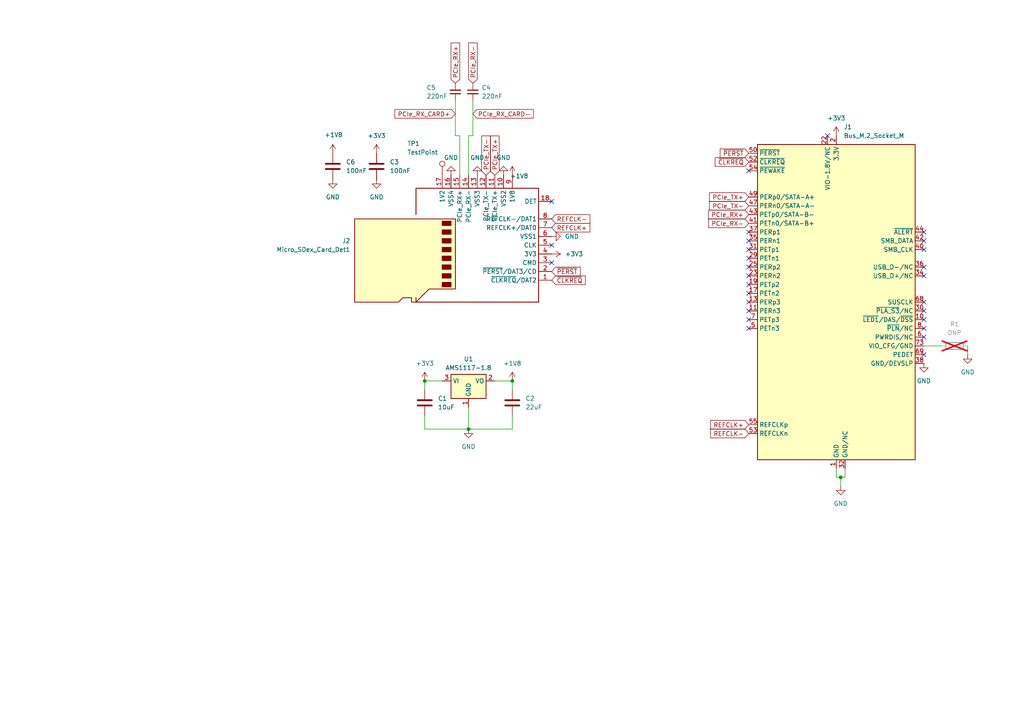
<source format=kicad_sch>
(kicad_sch (version 20250114) (generator "eeschema") (generator_version "9.0")
  (paper "A4")
  (lib_symbols
    (symbol "Connector:TestPoint" (pin_numbers (hide yes)) (pin_names (offset 0.762) (hide yes))
      (property "Reference" "TP" (at 0 6.858 0))
      (property "Value" "TestPoint" (at 0 5.08 0))
      (symbol "TestPoint_0_1"
        (circle (center 0 3.302) (radius 0.762))
      )
      (symbol "TestPoint_1_1"
        (pin passive line (at 0 0 90) (length 2.54) (name "1") (number "1"))
      )
    )
    (symbol "Device:C" (pin_numbers (hide yes)) (pin_names (offset 0.254))
      (property "Reference" "C" (at 0.635 2.54 0))
      (property "Value" "C" (at 0.635 -2.54 0))
      (symbol "C_0_1"
        (polyline (pts (xy -2.032 0.762) (xy 2.032 0.762)) (stroke (width 0.508)))
        (polyline (pts (xy -2.032 -0.762) (xy 2.032 -0.762)) (stroke (width 0.508)))
      )
      (symbol "C_1_1"
        (pin passive line (at 0 3.81 270) (length 2.794) (name "~") (number "1"))
        (pin passive line (at 0 -3.81 90) (length 2.794) (name "~") (number "2"))
      )
    )
    (symbol "Device:C_Small" (pin_numbers (hide yes)) (pin_names (offset 0.254) (hide yes))
      (property "Reference" "C" (at 0.254 1.778 0))
      (property "Value" "C_Small" (at 0.254 -2.032 0))
      (symbol "C_Small_0_1"
        (polyline (pts (xy -1.524 0.508) (xy 1.524 0.508)) (stroke (width 0.3048)))
        (polyline (pts (xy -1.524 -0.508) (xy 1.524 -0.508)) (stroke (width 0.3302)))
      )
      (symbol "C_Small_1_1"
        (pin passive line (at 0 2.54 270) (length 2.032) (name "~") (number "1"))
        (pin passive line (at 0 -2.54 90) (length 2.032) (name "~") (number "2"))
      )
    )
    (symbol "Device:R" (pin_numbers (hide yes)) (pin_names (offset 0))
      (property "Reference" "R" (at 2.032 0 90))
      (property "Value" "R" (at 0 0 90))
      (symbol "R_0_1"
        (rectangle (start -1.016 -2.54) (end 1.016 2.54) (stroke (width 0.254)))
      )
      (symbol "R_1_1"
        (pin passive line (at 0 3.81 270) (length 1.27) (name "~") (number "1"))
        (pin passive line (at 0 -3.81 90) (length 1.27) (name "~") (number "2"))
      )
    )
    (symbol "Regulator_Linear:AMS1117-1.8"
      (property "Reference" "U" (at -3.81 3.175 0))
      (property "Value" "AMS1117-1.8" (at 0 3.175 0))
      (symbol "AMS1117-1.8_0_1"
        (rectangle (start -5.08 -5.08) (end 5.08 1.905) (stroke (width 0.254)) (fill (type background)))
      )
      (symbol "AMS1117-1.8_1_1"
        (pin power_in line (at -7.62 0 0) (length 2.54) (name "VI") (number "3"))
        (pin power_in line (at 0 -7.62 90) (length 2.54) (name "GND") (number "1"))
        (pin power_out line (at 7.62 0 180) (length 2.54) (name "VO") (number "2"))
      )
    )
    (symbol "m1cha:Bus_M.2_Socket_M"
      (property "Reference" "J" (at -22.86 46.99 0))
      (property "Value" "Bus_M.2_Socket_M" (at 0.254 59.436 0))
      (symbol "Bus_M.2_Socket_M_0_1"
        (rectangle (start -22.86 45.72) (end 22.86 -45.72) (stroke (width 0.254)) (fill (type background)))
      )
      (symbol "Bus_M.2_Socket_M_1_0"
        (pin passive line (at 0 -48.26 90) (length 2.54) (hide yes) (name "GND") (number "76"))
        (pin passive line (at 0 -48.26 90) (length 2.54) (hide yes) (name "GND") (number "77"))
      )
      (symbol "Bus_M.2_Socket_M_1_1"
        (pin input line (at -25.4 43.18 0) (length 2.54) (name "~{PERST}") (number "50"))
        (pin bidirectional line (at -25.4 40.64 0) (length 2.54) (name "~{CLKREQ}") (number "52"))
        (pin bidirectional line (at -25.4 38.1 0) (length 2.54) (name "~{PEWAKE}") (number "54"))
        (pin output line (at -25.4 30.48 0) (length 2.54) (name "PERp0/SATA-A+") (number "49"))
        (pin output line (at -25.4 27.94 0) (length 2.54) (name "PERn0/SATA-A-") (number "47"))
        (pin input line (at -25.4 25.4 0) (length 2.54) (name "PETp0/SATA-B-") (number "43"))
        (pin input line (at -25.4 22.86 0) (length 2.54) (name "PETn0/SATA-B+") (number "41"))
        (pin output line (at -25.4 20.32 0) (length 2.54) (name "PERp1") (number "37"))
        (pin output line (at -25.4 17.78 0) (length 2.54) (name "PERn1") (number "35"))
        (pin output line (at -25.4 15.24 0) (length 2.54) (name "PETp1") (number "31"))
        (pin output line (at -25.4 12.7 0) (length 2.54) (name "PETn1") (number "29"))
        (pin input line (at -25.4 10.16 0) (length 2.54) (name "PERp2") (number "25"))
        (pin input line (at -25.4 7.62 0) (length 2.54) (name "PERn2") (number "23"))
        (pin output line (at -25.4 5.08 0) (length 2.54) (name "PETp2") (number "19"))
        (pin output line (at -25.4 2.54 0) (length 2.54) (name "PETn2") (number "17"))
        (pin input line (at -25.4 0 0) (length 2.54) (name "PERp3") (number "13"))
        (pin input line (at -25.4 -2.54 0) (length 2.54) (name "PERn3") (number "11"))
        (pin input line (at -25.4 -5.08 0) (length 2.54) (name "PETp3") (number "7"))
        (pin input line (at -25.4 -7.62 0) (length 2.54) (name "PETn3") (number "5"))
        (pin input line (at -25.4 -35.56 0) (length 2.54) (name "REFCLKp") (number "55"))
        (pin input line (at -25.4 -38.1 0) (length 2.54) (name "REFCLKn") (number "53"))
        (pin input line (at -2.54 48.26 270) (length 2.54) (name "VIO-1.8V/NC") (number "22"))
        (pin passive line (at 0 48.26 270) (length 2.54) (hide yes) (name "3.3V") (number "12"))
        (pin passive line (at 0 48.26 270) (length 2.54) (hide yes) (name "3.3V") (number "14"))
        (pin passive line (at 0 48.26 270) (length 2.54) (hide yes) (name "3.3V") (number "16"))
        (pin passive line (at 0 48.26 270) (length 2.54) (hide yes) (name "3.3V") (number "18"))
        (pin power_out line (at 0 48.26 270) (length 2.54) (name "3.3V") (number "2"))
        (pin passive line (at 0 48.26 270) (length 2.54) (hide yes) (name "3.3V") (number "4"))
        (pin passive line (at 0 48.26 270) (length 2.54) (hide yes) (name "3.3V") (number "70"))
        (pin passive line (at 0 48.26 270) (length 2.54) (hide yes) (name "3.3V") (number "72"))
        (pin passive line (at 0 48.26 270) (length 2.54) (hide yes) (name "3.3V") (number "74"))
        (pin power_out line (at 0 -48.26 90) (length 2.54) (name "GND") (number "1"))
        (pin passive line (at 0 -48.26 90) (length 2.54) (hide yes) (name "GND") (number "15"))
        (pin passive line (at 0 -48.26 90) (length 2.54) (hide yes) (name "GND") (number "21"))
        (pin passive line (at 0 -48.26 90) (length 2.54) (hide yes) (name "GND") (number "27"))
        (pin passive line (at 0 -48.26 90) (length 2.54) (hide yes) (name "GND") (number "3"))
        (pin passive line (at 0 -48.26 90) (length 2.54) (hide yes) (name "GND") (number "33"))
        (pin passive line (at 0 -48.26 90) (length 2.54) (hide yes) (name "GND") (number "39"))
        (pin passive line (at 0 -48.26 90) (length 2.54) (hide yes) (name "GND") (number "45"))
        (pin passive line (at 0 -48.26 90) (length 2.54) (hide yes) (name "GND") (number "51"))
        (pin passive line (at 0 -48.26 90) (length 2.54) (hide yes) (name "GND") (number "57"))
        (pin passive line (at 0 -48.26 90) (length 2.54) (hide yes) (name "GND") (number "71"))
        (pin passive line (at 0 -48.26 90) (length 2.54) (hide yes) (name "GND") (number "75"))
        (pin passive line (at 0 -48.26 90) (length 2.54) (hide yes) (name "GND") (number "9"))
        (pin passive line (at 2.54 -48.26 90) (length 2.54) (name "GND/NC") (number "32"))
        (pin no_connect line (at 22.86 43.18 180) (length 2.54) (hide yes) (name "MFG_CLOCK") (number "58"))
        (pin no_connect line (at 22.86 40.64 180) (length 2.54) (hide yes) (name "MFG_DATA") (number "56"))
        (pin no_connect line (at 22.86 38.1 180) (length 2.54) (hide yes) (name "NC") (number "48"))
        (pin no_connect line (at 22.86 35.56 180) (length 2.54) (hide yes) (name "NC") (number "46"))
        (pin no_connect line (at 22.86 33.02 180) (length 2.54) (hide yes) (name "NC") (number "28"))
        (pin no_connect line (at 22.86 30.48 180) (length 2.54) (hide yes) (name "NC") (number "26"))
        (pin no_connect line (at 22.86 27.94 180) (length 2.54) (hide yes) (name "NC") (number "24"))
        (pin no_connect line (at 22.86 25.4 180) (length 2.54) (hide yes) (name "NC") (number "20"))
        (pin no_connect line (at 22.86 22.86 180) (length 2.54) (hide yes) (name "NC") (number "67"))
        (pin output line (at 25.4 20.32 180) (length 2.54) (name "~{ALERT}") (number "44"))
        (pin bidirectional line (at 25.4 17.78 180) (length 2.54) (name "SMB_DATA") (number "42"))
        (pin bidirectional line (at 25.4 15.24 180) (length 2.54) (name "SMB_CLK") (number "40"))
        (pin bidirectional line (at 25.4 10.16 180) (length 2.54) (name "USB_D-/NC") (number "36"))
        (pin bidirectional line (at 25.4 7.62 180) (length 2.54) (name "USB_D+/NC") (number "34"))
        (pin input line (at 25.4 0 180) (length 2.54) (name "SUSCLK") (number "68"))
        (pin output line (at 25.4 -2.54 180) (length 2.54) (name "~{PLA_S3}/NC") (number "30"))
        (pin bidirectional line (at 25.4 -5.08 180) (length 2.54) (name "~{LED1}/DAS/~{DSS}") (number "10"))
        (pin input line (at 25.4 -7.62 180) (length 2.54) (name "~{PLN}/NC") (number "8"))
        (pin input line (at 25.4 -10.16 180) (length 2.54) (name "PWRDIS/NC") (number "6"))
        (pin passive line (at 25.4 -12.7 180) (length 2.54) (name "VIO_CFG/GND") (number "73"))
        (pin passive line (at 25.4 -15.24 180) (length 2.54) (name "PEDET") (number "69"))
        (pin input line (at 25.4 -17.78 180) (length 2.54) (name "GND/DEVSLP") (number "38"))
      )
    )
    (symbol "m1cha:Micro_SDex_Card_Det1"
      (property "Reference" "J" (at -16.51 17.78 0))
      (property "Value" "Micro_SDex_Card_Det1" (at 16.51 17.78 0))
      (symbol "Micro_SDex_Card_Det1_0_1"
        (polyline (pts (xy 5.08 -7.62) (xy 5.08 12.7) (xy 12.7 12.7) (xy 16.51 16.51) (xy 17.78 16.51) (xy 17.78 15.24) (xy 20.32 15.24) (xy 21.59 16.51) (xy 34.29 16.51) (xy 34.29 -7.62) (xy 5.08 -7.62)) (stroke (width 0.254)) (fill (type background)))
        (rectangle (start 6.35 12.065) (end 8.89 10.795) (stroke (width 0.254)) (fill (type outline)))
        (rectangle (start 6.35 9.525) (end 8.89 8.255) (stroke (width 0.254)) (fill (type outline)))
        (rectangle (start 6.35 6.985) (end 8.89 5.715) (stroke (width 0.254)) (fill (type outline)))
        (rectangle (start 6.35 4.445) (end 8.89 3.175) (stroke (width 0.254)) (fill (type outline)))
        (rectangle (start 6.35 1.905) (end 8.89 0.635) (stroke (width 0.254)) (fill (type outline)))
        (rectangle (start 6.35 -0.635) (end 8.89 -1.905) (stroke (width 0.254)) (fill (type outline)))
        (rectangle (start 6.35 -3.175) (end 8.89 -4.445) (stroke (width 0.254)) (fill (type outline)))
        (rectangle (start 6.35 -5.715) (end 8.89 -6.985) (stroke (width 0.254)) (fill (type outline)))
        (polyline (pts (xy 16.51 15.24) (xy 16.51 16.51) (xy -19.05 16.51) (xy -19.05 -16.51) (xy 16.51 -16.51) (xy 16.51 -8.89)) (stroke (width 0.254)))
      )
      (symbol "Micro_SDex_Card_Det1_1_1"
        (pin bidirectional line (at -22.86 10.16 0) (length 3.81) (name "~{CLKREQ}/DAT2") (number "1"))
        (pin bidirectional line (at -22.86 7.62 0) (length 3.81) (name "~{PERST}/DAT3/CD") (number "2"))
        (pin input line (at -22.86 5.08 0) (length 3.81) (name "CMD") (number "3"))
        (pin power_in line (at -22.86 2.54 0) (length 3.81) (name "3V3") (number "4"))
        (pin input line (at -22.86 0 0) (length 3.81) (name "CLK") (number "5"))
        (pin power_in line (at -22.86 -2.54 0) (length 3.81) (name "VSS1") (number "6"))
        (pin bidirectional line (at -22.86 -5.08 0) (length 3.81) (name "REFCLK+/DAT0") (number "7"))
        (pin bidirectional line (at -22.86 -7.62 0) (length 3.81) (name "REFCLK-/DAT1") (number "8"))
        (pin passive line (at -22.86 -12.7 0) (length 3.81) (name "DET") (number "18"))
        (pin power_in line (at -11.43 -20.32 90) (length 3.81) (name "1V8") (number "9"))
        (pin power_in line (at -8.89 -20.32 90) (length 3.81) (name "VSS2") (number "10"))
        (pin input line (at -6.35 -20.32 90) (length 3.81) (name "PCIe_TX+") (number "11"))
        (pin input line (at -3.81 -20.32 90) (length 3.81) (name "PCIe_TX-") (number "12"))
        (pin power_in line (at -1.27 -20.32 90) (length 3.81) (name "VSS3") (number "13"))
        (pin output line (at 1.27 -20.32 90) (length 3.81) (name "PCIe_RX-") (number "14"))
        (pin output line (at 3.81 -20.32 90) (length 3.81) (name "PCIe_RX+") (number "15"))
        (pin power_in line (at 6.35 -20.32 90) (length 3.81) (name "VSS4") (number "16"))
        (pin power_in line (at 8.89 -20.32 90) (length 3.81) (name "1V2") (number "17"))
      )
    )
    (symbol "power:+1V8" (power) (pin_numbers (hide yes)) (pin_names (offset 0) (hide yes))
      (property "Value" "+1V8" (at 0 3.556 0))
      (symbol "+1V8_0_1"
        (polyline (pts (xy -0.762 1.27) (xy 0 2.54)))
        (polyline (pts (xy 0 2.54) (xy 0.762 1.27)))
        (polyline (pts (xy 0 0) (xy 0 2.54)))
      )
      (symbol "+1V8_1_1"
        (pin power_in line (at 0 0 90) (length 0) (name "~") (number "1"))
      )
    )
    (symbol "power:+3V3" (power) (pin_numbers (hide yes)) (pin_names (offset 0) (hide yes))
      (property "Value" "+3V3" (at 0 3.556 0))
      (symbol "+3V3_0_1"
        (polyline (pts (xy -0.762 1.27) (xy 0 2.54)))
        (polyline (pts (xy 0 2.54) (xy 0.762 1.27)))
        (polyline (pts (xy 0 0) (xy 0 2.54)))
      )
      (symbol "+3V3_1_1"
        (pin power_in line (at 0 0 90) (length 0) (name "~") (number "1"))
      )
    )
    (symbol "power:GND" (power) (pin_numbers (hide yes)) (pin_names (offset 0) (hide yes))
      (property "Value" "GND" (at 0 -3.81 0))
      (symbol "GND_0_1"
        (polyline (pts (xy 0 0) (xy 0 -1.27) (xy 1.27 -1.27) (xy 0 -2.54) (xy -1.27 -1.27) (xy 0 -1.27)))
      )
      (symbol "GND_1_1"
        (pin power_in line (at 0 0 270) (length 0) (name "~") (number "1"))
      )
    )
  )
  (junction (at 123.19 110.49))
  (junction (at 135.89 124.46))
  (junction (at 243.84 138.43))
  (junction (at 148.59 110.49))
  (no_connect (at 267.97 69.85))
  (no_connect (at 217.17 90.17))
  (no_connect (at 267.97 67.31))
  (no_connect (at 217.17 72.39))
  (no_connect (at 217.17 87.63))
  (no_connect (at 267.97 80.01))
  (no_connect (at 267.97 77.47))
  (no_connect (at 217.17 82.55))
  (no_connect (at 217.17 95.25))
  (no_connect (at 240.03 39.37))
  (no_connect (at 267.97 97.79))
  (no_connect (at 267.97 87.63))
  (no_connect (at 217.17 67.31))
  (no_connect (at 217.17 69.85))
  (no_connect (at 217.17 92.71))
  (no_connect (at 267.97 72.39))
  (no_connect (at 267.97 95.25))
  (no_connect (at 217.17 80.01))
  (no_connect (at 217.17 49.53))
  (no_connect (at 267.97 102.87))
  (no_connect (at 267.97 92.71))
  (no_connect (at 217.17 77.47))
  (no_connect (at 267.97 90.17))
  (no_connect (at 217.17 74.93))
  (no_connect (at 160.02 58.42))
  (no_connect (at 160.02 76.2))
  (no_connect (at 217.17 85.09))
  (no_connect (at 160.02 71.12))
  (wire (pts (xy 128.27 110.49) (xy 123.19 110.49)))
  (wire (pts (xy 148.59 124.46) (xy 148.59 120.65)))
  (wire (pts (xy 137.16 39.37) (xy 135.89 39.37)))
  (wire (pts (xy 123.19 110.49) (xy 123.19 113.03)))
  (wire (pts (xy 132.08 39.37) (xy 132.08 29.21)))
  (wire (pts (xy 135.89 118.11) (xy 135.89 124.46)))
  (wire (pts (xy 137.16 29.21) (xy 137.16 39.37)))
  (wire (pts (xy 242.57 138.43) (xy 243.84 138.43)))
  (wire (pts (xy 243.84 138.43) (xy 243.84 140.97)))
  (wire (pts (xy 245.11 138.43) (xy 243.84 138.43)))
  (wire (pts (xy 123.19 124.46) (xy 135.89 124.46)))
  (wire (pts (xy 267.97 100.33) (xy 273.05 100.33)))
  (wire (pts (xy 135.89 39.37) (xy 135.89 50.8)))
  (wire (pts (xy 245.11 135.89) (xy 245.11 138.43)))
  (wire (pts (xy 132.08 39.37) (xy 133.35 39.37)))
  (wire (pts (xy 280.67 100.33) (xy 280.67 102.87)))
  (wire (pts (xy 148.59 110.49) (xy 148.59 113.03)))
  (wire (pts (xy 133.35 39.37) (xy 133.35 50.8)))
  (wire (pts (xy 143.51 110.49) (xy 148.59 110.49)))
  (wire (pts (xy 123.19 120.65) (xy 123.19 124.46)))
  (wire (pts (xy 242.57 135.89) (xy 242.57 138.43)))
  (wire (pts (xy 135.89 124.46) (xy 148.59 124.46)))
  (global_label "PCIe_TX-" (shape input) (at 217.17 59.69 180) (property "Intersheetrefs" "${INTERSHEET_REFS}" (effects (hide yes))))
  (global_label "~{PERST}" (shape input) (at 217.17 44.45 180) (property "Intersheetrefs" "${INTERSHEET_REFS}" (effects (hide yes))))
  (global_label "~{CLKREQ}" (shape input) (at 217.17 46.99 180) (property "Intersheetrefs" "${INTERSHEET_REFS}" (effects (hide yes))))
  (global_label "REFCLK-" (shape input) (at 217.17 125.73 180) (property "Intersheetrefs" "${INTERSHEET_REFS}" (effects (hide yes))))
  (global_label "PCIe_RX+" (shape input) (at 132.08 24.13 90) (property "Intersheetrefs" "${INTERSHEET_REFS}" (effects (hide yes))))
  (global_label "REFCLK+" (shape input) (at 160.02 66.04 0) (property "Intersheetrefs" "${INTERSHEET_REFS}" (effects (hide yes))))
  (global_label "PCIe_RX-" (shape input) (at 217.17 64.77 180) (property "Intersheetrefs" "${INTERSHEET_REFS}" (effects (hide yes))))
  (global_label "PCIe_RX-" (shape input) (at 137.16 24.13 90) (property "Intersheetrefs" "${INTERSHEET_REFS}" (effects (hide yes))))
  (global_label "REFCLK+" (shape input) (at 217.17 123.19 180) (property "Intersheetrefs" "${INTERSHEET_REFS}" (effects (hide yes))))
  (global_label "REFCLK-" (shape input) (at 160.02 63.5 0) (property "Intersheetrefs" "${INTERSHEET_REFS}" (effects (hide yes))))
  (global_label "PCIe_RX_CARD-" (shape input) (at 137.16 33.02 0) (property "Intersheetrefs" "${INTERSHEET_REFS}" (effects (hide yes))))
  (global_label "PCIe_TX+" (shape input) (at 217.17 57.15 180) (property "Intersheetrefs" "${INTERSHEET_REFS}" (effects (hide yes))))
  (global_label "PCIe_RX+" (shape input) (at 217.17 62.23 180) (property "Intersheetrefs" "${INTERSHEET_REFS}" (effects (hide yes))))
  (global_label "~{CLKREQ}" (shape input) (at 160.02 81.28 0) (property "Intersheetrefs" "${INTERSHEET_REFS}" (effects (hide yes))))
  (global_label "PCIe_RX_CARD+" (shape input) (at 132.08 33.02 180) (property "Intersheetrefs" "${INTERSHEET_REFS}" (effects (hide yes))))
  (global_label "~{PERST}" (shape input) (at 160.02 78.74 0) (property "Intersheetrefs" "${INTERSHEET_REFS}" (effects (hide yes))))
  (global_label "PCIe_TX-" (shape input) (at 140.97 50.8 90) (property "Intersheetrefs" "${INTERSHEET_REFS}" (effects (hide yes))))
  (global_label "PCIe_TX+" (shape input) (at 143.51 50.8 90) (property "Intersheetrefs" "${INTERSHEET_REFS}" (effects (hide yes))))
  (symbol (lib_id "power:+3V3") (at 242.57 39.37 0) (unit 1)
    (property "Reference" "#PWR03" (effects (hide yes)))
    (property "Value" "+3V3" (at 242.57 34.29 0))
    (property "Description" "Power symbol creates a global label with name \"+3V3\"" (effects (hide yes)))
  )
  (symbol (lib_id "power:GND") (at 96.52 52.07 0) (unit 1)
    (property "Reference" "#PWR017" (effects (hide yes)))
    (property "Value" "GND" (at 96.52 57.15 0))
    (property "Description" "Power symbol creates a global label with name \"GND\" , ground" (effects (hide yes)))
  )
  (symbol (lib_id "power:GND") (at 160.02 68.58 90) (unit 1)
    (property "Reference" "#PWR010" (effects (hide yes)))
    (property "Value" "GND" (at 163.83 68.5799 90) (effects (justify right)))
    (property "Description" "Power symbol creates a global label with name \"GND\" , ground" (effects (hide yes)))
  )
  (symbol (lib_id "Device:C") (at 148.59 116.84 0) (unit 1)
    (property "Reference" "C2" (at 152.4 115.5699 0) (effects (justify left)))
    (property "Value" "22uF" (at 152.4 118.1099 0) (effects (justify left)))
    (property "Footprint" "Capacitor_SMD:C_0805_2012Metric" (effects (hide yes)))
    (property "Description" "Unpolarized capacitor" (effects (hide yes)))
  )
  (symbol (lib_id "power:GND") (at 243.84 140.97 0) (unit 1)
    (property "Reference" "#PWR01" (effects (hide yes)))
    (property "Value" "GND" (at 243.84 146.05 0))
    (property "Description" "Power symbol creates a global label with name \"GND\" , ground" (effects (hide yes)))
  )
  (symbol (lib_id "Connector:TestPoint") (at 128.27 50.8 0) (unit 1)
    (property "Reference" "TP1" (at 118.11 41.656 0) (effects (justify left)))
    (property "Value" "TestPoint" (at 118.11 44.196 0) (effects (justify left)))
    (property "Footprint" "TestPoint:TestPoint_Pad_D1.0mm" (effects (hide yes)))
    (property "Description" "test point" (effects (hide yes)))
  )
  (symbol (lib_id "power:GND") (at 280.67 102.87 0) (unit 1)
    (property "Reference" "#PWR04" (effects (hide yes)))
    (property "Value" "GND" (at 280.67 107.95 0))
    (property "Description" "Power symbol creates a global label with name \"GND\" , ground" (effects (hide yes)))
  )
  (symbol (lib_id "power:+3V3") (at 123.19 110.49 0) (unit 1)
    (property "Reference" "#PWR012" (effects (hide yes)))
    (property "Value" "+3V3" (at 123.19 105.41 0))
    (property "Description" "Power symbol creates a global label with name \"+3V3\"" (effects (hide yes)))
  )
  (symbol (lib_id "Device:C") (at 109.22 48.26 0) (unit 1)
    (property "Reference" "C3" (at 113.03 46.9899 0) (effects (justify left)))
    (property "Value" "100nF" (at 113.03 49.5299 0) (effects (justify left)))
    (property "Footprint" "Capacitor_SMD:C_0805_2012Metric" (effects (hide yes)))
    (property "Description" "Unpolarized capacitor" (effects (hide yes)))
  )
  (symbol (lib_id "power:GND") (at 138.43 50.8 180) (unit 1)
    (property "Reference" "#PWR07" (effects (hide yes)))
    (property "Value" "GND" (at 138.43 45.72 0))
    (property "Description" "Power symbol creates a global label with name \"GND\" , ground" (effects (hide yes)))
  )
  (symbol (lib_id "Device:C_Small") (at 132.08 26.67 180) (unit 1)
    (property "Reference" "C5" (at 123.698 25.4 0) (effects (justify right)))
    (property "Value" "220nF" (at 123.698 27.94 0) (effects (justify right)))
    (property "Footprint" "Capacitor_SMD:C_0402_1005Metric" (effects (hide yes)))
    (property "Description" "Unpolarized capacitor, small symbol" (effects (hide yes)))
  )
  (symbol (lib_id "power:+3V3") (at 109.22 44.45 0) (unit 1)
    (property "Reference" "#PWR014" (effects (hide yes)))
    (property "Value" "+3V3" (at 109.22 39.37 0))
    (property "Description" "Power symbol creates a global label with name \"+3V3\"" (effects (hide yes)))
  )
  (symbol (lib_id "power:+3V3") (at 160.02 73.66 270) (unit 1)
    (property "Reference" "#PWR05" (effects (hide yes)))
    (property "Value" "+3V3" (at 163.83 73.6599 90) (effects (justify left)))
    (property "Description" "Power symbol creates a global label with name \"+3V3\"" (effects (hide yes)))
  )
  (symbol (lib_id "power:GND") (at 109.22 52.07 0) (unit 1)
    (property "Reference" "#PWR015" (effects (hide yes)))
    (property "Value" "GND" (at 109.22 57.15 0))
    (property "Description" "Power symbol creates a global label with name \"GND\" , ground" (effects (hide yes)))
  )
  (symbol (lib_id "power:GND") (at 146.05 50.8 180) (unit 1)
    (property "Reference" "#PWR08" (effects (hide yes)))
    (property "Value" "GND" (at 146.05 45.72 0))
    (property "Description" "Power symbol creates a global label with name \"GND\" , ground" (effects (hide yes)))
  )
  (symbol (lib_id "power:+1V8") (at 148.59 50.8 0) (unit 1)
    (property "Reference" "#PWR09" (effects (hide yes)))
    (property "Value" "+1V8" (at 150.622 51.054 0))
    (property "Description" "Power symbol creates a global label with name \"+1V8\"" (effects (hide yes)))
  )
  (symbol (lib_id "power:+1V8") (at 96.52 44.45 0) (unit 1)
    (property "Reference" "#PWR016" (effects (hide yes)))
    (property "Value" "+1V8" (at 96.774 39.116 0))
    (property "Description" "Power symbol creates a global label with name \"+1V8\"" (effects (hide yes)))
  )
  (symbol (lib_id "m1cha:Micro_SDex_Card_Det1") (at 137.16 71.12 180) (unit 1)
    (property "Reference" "J2" (at 101.6 69.8499 0) (effects (justify left)))
    (property "Value" "Micro_SDex_Card_Det1" (at 101.6 72.3899 0) (effects (justify left)))
    (property "Footprint" "m1cha:Amphenol 10102166A812A" (effects (hide yes)))
    (property "Datasheet" "https://datasheet.lcsc.com/lcsc/2110151630_XKB-Connectivity-XKTF-015-N_C381082.pdf" (effects (hide yes)))
    (property "Description" "Micro SD Card Socket with one card detection pin" (effects (hide yes)))
  )
  (symbol (lib_id "m1cha:Bus_M.2_Socket_M") (at 242.57 87.63 0) (unit 1)
    (property "Reference" "J1" (at 244.7133 36.83 0) (effects (justify left)))
    (property "Value" "Bus_M.2_Socket_M" (at 244.7133 39.37 0) (effects (justify left)))
    (property "Footprint" "m1cha:2280-key-M" (effects (hide yes)))
    (property "Datasheet" "https://web.archive.org/web/20200613074028/http://read.pudn.com/downloads794/doc/project/3133918/PCIe_M.2_Electromechanical_Spec_Rev1.0_Final_11012013_RS_Clean.pdf#page=155" (effects (hide yes)))
    (property "Description" "M.2 S3 Adapter 3 Key M" (effects (hide yes)))
  )
  (symbol (lib_id "Device:C") (at 96.52 48.26 0) (unit 1)
    (property "Reference" "C6" (at 100.33 46.9899 0) (effects (justify left)))
    (property "Value" "100nF" (at 100.33 49.5299 0) (effects (justify left)))
    (property "Footprint" "Capacitor_SMD:C_0805_2012Metric" (effects (hide yes)))
    (property "Description" "Unpolarized capacitor" (effects (hide yes)))
  )
  (symbol (lib_id "power:GND") (at 267.97 105.41 0) (unit 1)
    (property "Reference" "#PWR02" (effects (hide yes)))
    (property "Value" "GND" (at 267.97 110.49 0))
    (property "Description" "Power symbol creates a global label with name \"GND\" , ground" (effects (hide yes)))
  )
  (symbol (lib_id "power:GND") (at 130.81 50.8 180) (unit 1)
    (property "Reference" "#PWR06" (effects (hide yes)))
    (property "Value" "GND" (at 130.81 45.72 0))
    (property "Description" "Power symbol creates a global label with name \"GND\" , ground" (effects (hide yes)))
  )
  (symbol (lib_id "power:GND") (at 135.89 124.46 0) (unit 1)
    (property "Reference" "#PWR011" (effects (hide yes)))
    (property "Value" "GND" (at 135.89 129.54 0))
    (property "Description" "Power symbol creates a global label with name \"GND\" , ground" (effects (hide yes)))
  )
  (symbol (lib_id "Device:C") (at 123.19 116.84 0) (unit 1)
    (property "Reference" "C1" (at 127 115.5699 0) (effects (justify left)))
    (property "Value" "10uF" (at 127 118.1099 0) (effects (justify left)))
    (property "Footprint" "Capacitor_SMD:C_0805_2012Metric" (effects (hide yes)))
    (property "Description" "Unpolarized capacitor" (effects (hide yes)))
  )
  (symbol (lib_id "Device:C_Small") (at 137.16 26.67 0) (unit 1)
    (property "Reference" "C4" (at 139.7 25.4062 0) (effects (justify left)))
    (property "Value" "220nF" (at 139.7 27.9462 0) (effects (justify left)))
    (property "Footprint" "Capacitor_SMD:C_0402_1005Metric" (effects (hide yes)))
    (property "Description" "Unpolarized capacitor, small symbol" (effects (hide yes)))
  )
  (symbol (lib_id "power:+1V8") (at 148.59 110.49 0) (unit 1)
    (property "Reference" "#PWR013" (effects (hide yes)))
    (property "Value" "+1V8" (at 148.59 105.41 0))
    (property "Description" "Power symbol creates a global label with name \"+1V8\"" (effects (hide yes)))
  )
  (symbol (lib_id "Device:R") (at 276.86 100.33 270) (unit 1) (dnp yes)
    (property "Reference" "R1" (at 276.86 93.98 90))
    (property "Value" "DNP" (at 276.86 96.52 90))
    (property "Footprint" "Resistor_SMD:R_0402_1005Metric" (effects (hide yes)))
    (property "Description" "Resistor" (effects (hide yes)))
  )
  (symbol (lib_id "Regulator_Linear:AMS1117-1.8") (at 135.89 110.49 0) (unit 1)
    (property "Reference" "U1" (at 135.89 104.14 0))
    (property "Value" "AMS1117-1.8" (at 135.89 106.68 0))
    (property "Footprint" "Package_TO_SOT_SMD:SOT-223-3_TabPin2" (effects (hide yes)))
    (property "Datasheet" "http://www.advanced-monolithic.com/pdf/ds1117.pdf" (effects (hide yes)))
    (property "Description" "1A Low Dropout regulator, positive, 1.8V fixed output, SOT-223" (effects (hide yes)))
  )
)
</source>
